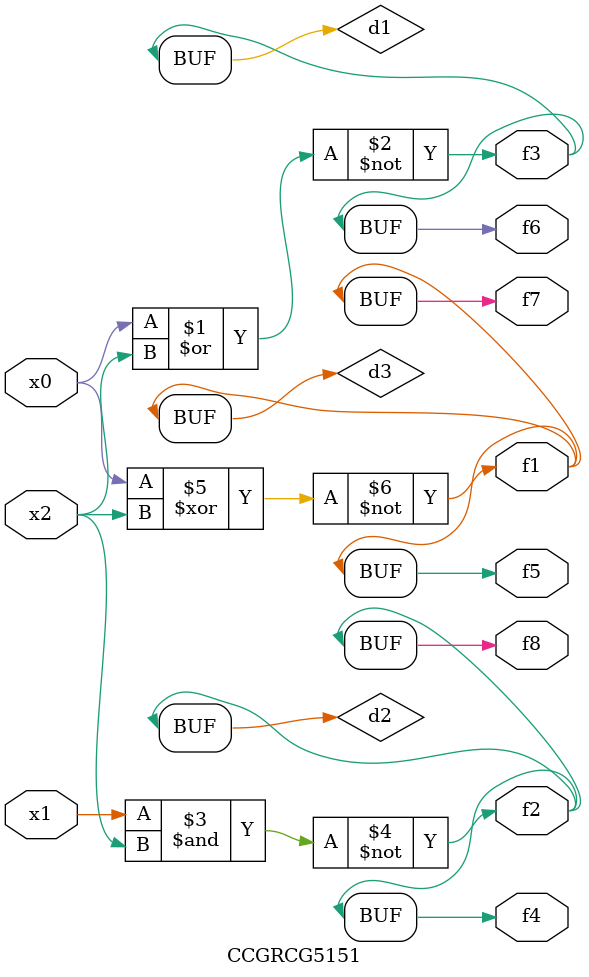
<source format=v>
module CCGRCG5151(
	input x0, x1, x2,
	output f1, f2, f3, f4, f5, f6, f7, f8
);

	wire d1, d2, d3;

	nor (d1, x0, x2);
	nand (d2, x1, x2);
	xnor (d3, x0, x2);
	assign f1 = d3;
	assign f2 = d2;
	assign f3 = d1;
	assign f4 = d2;
	assign f5 = d3;
	assign f6 = d1;
	assign f7 = d3;
	assign f8 = d2;
endmodule

</source>
